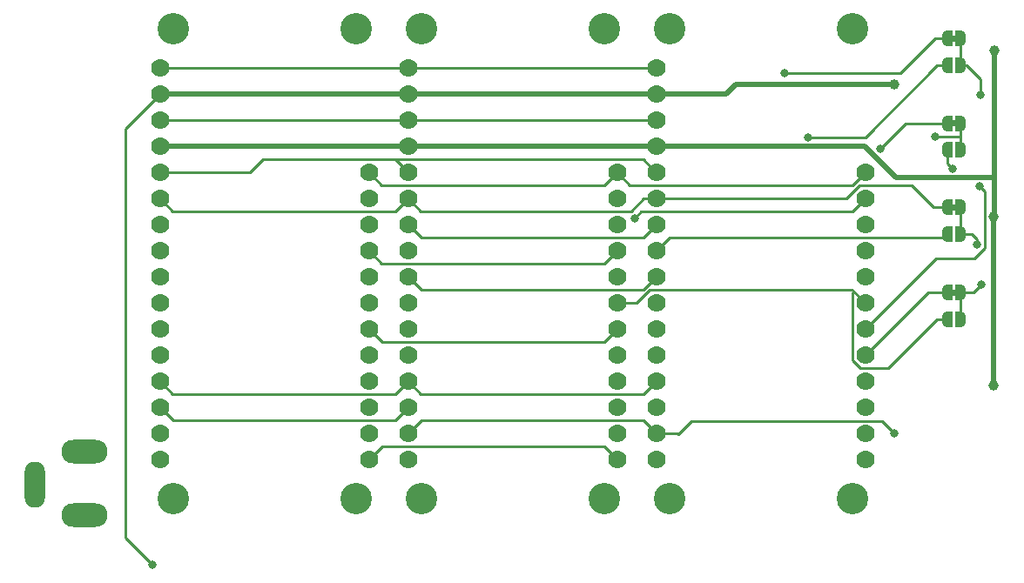
<source format=gbr>
%TF.GenerationSoftware,KiCad,Pcbnew,7.0.10-7.0.10~ubuntu22.04.1*%
%TF.CreationDate,2024-09-08T15:19:34-07:00*%
%TF.ProjectId,iorodeo_feather_tripler_enc1,696f726f-6465-46f5-9f66-656174686572,rev?*%
%TF.SameCoordinates,Original*%
%TF.FileFunction,Copper,L2,Bot*%
%TF.FilePolarity,Positive*%
%FSLAX46Y46*%
G04 Gerber Fmt 4.6, Leading zero omitted, Abs format (unit mm)*
G04 Created by KiCad (PCBNEW 7.0.10-7.0.10~ubuntu22.04.1) date 2024-09-08 15:19:34*
%MOMM*%
%LPD*%
G01*
G04 APERTURE LIST*
G04 Aperture macros list*
%AMFreePoly0*
4,1,19,0.500000,-0.750000,0.000000,-0.750000,0.000000,-0.744911,-0.071157,-0.744911,-0.207708,-0.704816,-0.327430,-0.627875,-0.420627,-0.520320,-0.479746,-0.390866,-0.500000,-0.250000,-0.500000,0.250000,-0.479746,0.390866,-0.420627,0.520320,-0.327430,0.627875,-0.207708,0.704816,-0.071157,0.744911,0.000000,0.744911,0.000000,0.750000,0.500000,0.750000,0.500000,-0.750000,0.500000,-0.750000,
$1*%
%AMFreePoly1*
4,1,19,0.000000,0.744911,0.071157,0.744911,0.207708,0.704816,0.327430,0.627875,0.420627,0.520320,0.479746,0.390866,0.500000,0.250000,0.500000,-0.250000,0.479746,-0.390866,0.420627,-0.520320,0.327430,-0.627875,0.207708,-0.704816,0.071157,-0.744911,0.000000,-0.744911,0.000000,-0.750000,-0.500000,-0.750000,-0.500000,0.750000,0.000000,0.750000,0.000000,0.744911,0.000000,0.744911,
$1*%
G04 Aperture macros list end*
%TA.AperFunction,ComponentPad*%
%ADD10O,4.500000X2.300000*%
%TD*%
%TA.AperFunction,ComponentPad*%
%ADD11O,2.000000X4.500000*%
%TD*%
%TA.AperFunction,WasherPad*%
%ADD12C,3.048000*%
%TD*%
%TA.AperFunction,ComponentPad*%
%ADD13C,3.048000*%
%TD*%
%TA.AperFunction,ComponentPad*%
%ADD14C,1.778000*%
%TD*%
%TA.AperFunction,SMDPad,CuDef*%
%ADD15FreePoly0,0.000000*%
%TD*%
%TA.AperFunction,SMDPad,CuDef*%
%ADD16FreePoly1,0.000000*%
%TD*%
%TA.AperFunction,ViaPad*%
%ADD17C,1.000000*%
%TD*%
%TA.AperFunction,ViaPad*%
%ADD18C,0.800000*%
%TD*%
%TA.AperFunction,Conductor*%
%ADD19C,0.500000*%
%TD*%
%TA.AperFunction,Conductor*%
%ADD20C,0.250000*%
%TD*%
G04 APERTURE END LIST*
%TA.AperFunction,EtchedComponent*%
%TO.C,JP3*%
G36*
X146900000Y-59150000D02*
G01*
X146400000Y-59150000D01*
X146400000Y-58550000D01*
X146900000Y-58550000D01*
X146900000Y-59150000D01*
G37*
%TD.AperFunction*%
%TA.AperFunction,EtchedComponent*%
%TO.C,JP1*%
G36*
X146900000Y-67400000D02*
G01*
X146400000Y-67400000D01*
X146400000Y-66800000D01*
X146900000Y-66800000D01*
X146900000Y-67400000D01*
G37*
%TD.AperFunction*%
%TA.AperFunction,EtchedComponent*%
%TO.C,JP7*%
G36*
X146900000Y-75600000D02*
G01*
X146400000Y-75600000D01*
X146400000Y-75000000D01*
X146900000Y-75000000D01*
X146900000Y-75600000D01*
G37*
%TD.AperFunction*%
%TA.AperFunction,EtchedComponent*%
%TO.C,JP5*%
G36*
X146900000Y-83900000D02*
G01*
X146400000Y-83900000D01*
X146400000Y-83300000D01*
X146900000Y-83300000D01*
X146900000Y-83900000D01*
G37*
%TD.AperFunction*%
%TD*%
D10*
%TO.P,J1,1*%
%TO.N,/VUSB*%
X62086300Y-105239700D03*
%TO.P,J1,2*%
%TO.N,GND*%
X62086300Y-99039700D03*
D11*
%TO.P,J1,3*%
X57286300Y-102289700D03*
%TD*%
D12*
%TO.P,U1,*%
%TO.N,*%
X88519000Y-103657400D03*
D13*
X88519000Y-57937400D03*
D12*
X70739000Y-103657400D03*
D13*
X70739000Y-57937400D03*
D14*
%TO.P,U1,1,SDA*%
%TO.N,/SDA*%
X89789000Y-99847400D03*
%TO.P,U1,2,SCL*%
%TO.N,/SCL*%
X89789000Y-97307400D03*
%TO.P,U1,3,D5*%
%TO.N,/D5*%
X89789000Y-94767400D03*
%TO.P,U1,4,D6*%
%TO.N,/D6*%
X89789000Y-92227400D03*
%TO.P,U1,5,D9*%
%TO.N,/D9*%
X89789000Y-89687400D03*
%TO.P,U1,6,D10*%
%TO.N,/D10*%
X89789000Y-87147400D03*
%TO.P,U1,7,D11*%
%TO.N,/D11*%
X89789000Y-84607400D03*
%TO.P,U1,8,D12*%
%TO.N,/D12*%
X89789000Y-82067400D03*
%TO.P,U1,9,D13*%
%TO.N,/D13*%
X89789000Y-79527400D03*
%TO.P,U1,10,VUSB*%
%TO.N,/5V*%
X89789000Y-76987400D03*
%TO.P,U1,11,EN*%
%TO.N,/EN*%
X89789000Y-74447400D03*
%TO.P,U1,12,BAT*%
%TO.N,/BAT*%
X89789000Y-71907400D03*
%TO.P,U1,13,RST*%
%TO.N,/RST*%
X69469000Y-61747400D03*
%TO.P,U1,14,3V3*%
%TO.N,/3V3*%
X69469000Y-64287400D03*
%TO.P,U1,15,AREF*%
%TO.N,/AREF*%
X69469000Y-66827400D03*
%TO.P,U1,16,GND*%
%TO.N,GND*%
X69469000Y-69367400D03*
%TO.P,U1,17,A0*%
%TO.N,/A0*%
X69469000Y-71907400D03*
%TO.P,U1,18,A1*%
%TO.N,/A1*%
X69469000Y-74447400D03*
%TO.P,U1,19,A2*%
%TO.N,/A2*%
X69469000Y-76987400D03*
%TO.P,U1,20,A3*%
%TO.N,/A3*%
X69469000Y-79527400D03*
%TO.P,U1,21,A4*%
%TO.N,/A4*%
X69469000Y-82067400D03*
%TO.P,U1,22,A5*%
%TO.N,/A5*%
X69469000Y-84607400D03*
%TO.P,U1,23,SCK*%
%TO.N,/SCK*%
X69469000Y-87147400D03*
%TO.P,U1,24,MOSI*%
%TO.N,/MOSI*%
X69469000Y-89687400D03*
%TO.P,U1,25,MISO*%
%TO.N,/MISO*%
X69469000Y-92227400D03*
%TO.P,U1,26,RX*%
%TO.N,/RX*%
X69469000Y-94767400D03*
%TO.P,U1,27,TX*%
%TO.N,/TX*%
X69469000Y-97307400D03*
%TO.P,U1,28,NOS*%
%TO.N,unconnected-(U1-NOS-Pad28)*%
X69469000Y-99847400D03*
%TD*%
D12*
%TO.P,U3,*%
%TO.N,*%
X136779000Y-103657400D03*
D13*
X136779000Y-57937400D03*
D12*
X118999000Y-103657400D03*
D13*
X118999000Y-57937400D03*
D14*
%TO.P,U3,1,SDA*%
%TO.N,/SDA*%
X138049000Y-99847400D03*
%TO.P,U3,2,SCL*%
%TO.N,/SCL*%
X138049000Y-97307400D03*
%TO.P,U3,3,D5*%
%TO.N,/D5*%
X138049000Y-94767400D03*
%TO.P,U3,4,D6*%
%TO.N,/D6*%
X138049000Y-92227400D03*
%TO.P,U3,5,D9*%
%TO.N,/D9*%
X138049000Y-89687400D03*
%TO.P,U3,6,D10*%
%TO.N,/D10*%
X138049000Y-87147400D03*
%TO.P,U3,7,D11*%
%TO.N,/D11*%
X138049000Y-84607400D03*
%TO.P,U3,8,D12*%
%TO.N,/D12*%
X138049000Y-82067400D03*
%TO.P,U3,9,D13*%
%TO.N,/D13*%
X138049000Y-79527400D03*
%TO.P,U3,10,VUSB*%
%TO.N,/5V*%
X138049000Y-76987400D03*
%TO.P,U3,11,EN*%
%TO.N,/EN*%
X138049000Y-74447400D03*
%TO.P,U3,12,BAT*%
%TO.N,/BAT*%
X138049000Y-71907400D03*
%TO.P,U3,13,RST*%
%TO.N,/RST*%
X117729000Y-61747400D03*
%TO.P,U3,14,3V3*%
%TO.N,/3V3*%
X117729000Y-64287400D03*
%TO.P,U3,15,AREF*%
%TO.N,/AREF*%
X117729000Y-66827400D03*
%TO.P,U3,16,GND*%
%TO.N,GND*%
X117729000Y-69367400D03*
%TO.P,U3,17,A0*%
%TO.N,/A0*%
X117729000Y-71907400D03*
%TO.P,U3,18,A1*%
%TO.N,/A1*%
X117729000Y-74447400D03*
%TO.P,U3,19,A2*%
%TO.N,/A2*%
X117729000Y-76987400D03*
%TO.P,U3,20,A3*%
%TO.N,/A3*%
X117729000Y-79527400D03*
%TO.P,U3,21,A4*%
%TO.N,/A4*%
X117729000Y-82067400D03*
%TO.P,U3,22,A5*%
%TO.N,/A5*%
X117729000Y-84607400D03*
%TO.P,U3,23,SCK*%
%TO.N,/SCK*%
X117729000Y-87147400D03*
%TO.P,U3,24,MOSI*%
%TO.N,/MOSI*%
X117729000Y-89687400D03*
%TO.P,U3,25,MISO*%
%TO.N,/MISO*%
X117729000Y-92227400D03*
%TO.P,U3,26,RX*%
%TO.N,/RX*%
X117729000Y-94767400D03*
%TO.P,U3,27,TX*%
%TO.N,/TX*%
X117729000Y-97307400D03*
%TO.P,U3,28,NOS*%
%TO.N,unconnected-(U3-NOS-Pad28)*%
X117729000Y-99847400D03*
%TD*%
D12*
%TO.P,U2,*%
%TO.N,*%
X112649000Y-103657400D03*
D13*
X112649000Y-57937400D03*
D12*
X94869000Y-103657400D03*
D13*
X94869000Y-57937400D03*
D14*
%TO.P,U2,1,SDA*%
%TO.N,/SDA*%
X113919000Y-99847400D03*
%TO.P,U2,2,SCL*%
%TO.N,/SCL*%
X113919000Y-97307400D03*
%TO.P,U2,3,D5*%
%TO.N,/D5*%
X113919000Y-94767400D03*
%TO.P,U2,4,D6*%
%TO.N,/D6*%
X113919000Y-92227400D03*
%TO.P,U2,5,D9*%
%TO.N,/D9*%
X113919000Y-89687400D03*
%TO.P,U2,6,D10*%
%TO.N,/D10*%
X113919000Y-87147400D03*
%TO.P,U2,7,D11*%
%TO.N,/D11*%
X113919000Y-84607400D03*
%TO.P,U2,8,D12*%
%TO.N,/D12*%
X113919000Y-82067400D03*
%TO.P,U2,9,D13*%
%TO.N,/D13*%
X113919000Y-79527400D03*
%TO.P,U2,10,VUSB*%
%TO.N,/5V*%
X113919000Y-76987400D03*
%TO.P,U2,11,EN*%
%TO.N,/EN*%
X113919000Y-74447400D03*
%TO.P,U2,12,BAT*%
%TO.N,/BAT*%
X113919000Y-71907400D03*
%TO.P,U2,13,RST*%
%TO.N,/RST*%
X93599000Y-61747400D03*
%TO.P,U2,14,3V3*%
%TO.N,/3V3*%
X93599000Y-64287400D03*
%TO.P,U2,15,AREF*%
%TO.N,/AREF*%
X93599000Y-66827400D03*
%TO.P,U2,16,GND*%
%TO.N,GND*%
X93599000Y-69367400D03*
%TO.P,U2,17,A0*%
%TO.N,/A0*%
X93599000Y-71907400D03*
%TO.P,U2,18,A1*%
%TO.N,/A1*%
X93599000Y-74447400D03*
%TO.P,U2,19,A2*%
%TO.N,/A2*%
X93599000Y-76987400D03*
%TO.P,U2,20,A3*%
%TO.N,/A3*%
X93599000Y-79527400D03*
%TO.P,U2,21,A4*%
%TO.N,/A4*%
X93599000Y-82067400D03*
%TO.P,U2,22,A5*%
%TO.N,/A5*%
X93599000Y-84607400D03*
%TO.P,U2,23,SCK*%
%TO.N,/SCK*%
X93599000Y-87147400D03*
%TO.P,U2,24,MOSI*%
%TO.N,/MOSI*%
X93599000Y-89687400D03*
%TO.P,U2,25,MISO*%
%TO.N,/MISO*%
X93599000Y-92227400D03*
%TO.P,U2,26,RX*%
%TO.N,/RX*%
X93599000Y-94767400D03*
%TO.P,U2,27,TX*%
%TO.N,/TX*%
X93599000Y-97307400D03*
%TO.P,U2,28,NOS*%
%TO.N,unconnected-(U2-NOS-Pad28)*%
X93599000Y-99847400D03*
%TD*%
D15*
%TO.P,JP2,1,A*%
%TO.N,/D10*%
X146000000Y-69700000D03*
D16*
%TO.P,JP2,2,B*%
%TO.N,Net-(J2-Pin_1)*%
X147300000Y-69700000D03*
%TD*%
D15*
%TO.P,JP3,1,A*%
%TO.N,/A0*%
X146000000Y-58850000D03*
D16*
%TO.P,JP3,2,B*%
%TO.N,Net-(J2-Pin_2)*%
X147300000Y-58850000D03*
%TD*%
D15*
%TO.P,JP1,1,A*%
%TO.N,/D6*%
X146000000Y-67100000D03*
D16*
%TO.P,JP1,2,B*%
%TO.N,Net-(J2-Pin_1)*%
X147300000Y-67100000D03*
%TD*%
D15*
%TO.P,JP7,1,A*%
%TO.N,/A1*%
X146000000Y-75300000D03*
D16*
%TO.P,JP7,2,B*%
%TO.N,Net-(J3-Pin_2)*%
X147300000Y-75300000D03*
%TD*%
D15*
%TO.P,JP6,1,A*%
%TO.N,/D11*%
X146000000Y-86200000D03*
D16*
%TO.P,JP6,2,B*%
%TO.N,Net-(J3-Pin_1)*%
X147300000Y-86200000D03*
%TD*%
D15*
%TO.P,JP4,1,A*%
%TO.N,/A2*%
X146000000Y-61500000D03*
D16*
%TO.P,JP4,2,B*%
%TO.N,Net-(J2-Pin_2)*%
X147300000Y-61500000D03*
%TD*%
D15*
%TO.P,JP8,1,A*%
%TO.N,/A3*%
X146000000Y-77900000D03*
D16*
%TO.P,JP8,2,B*%
%TO.N,Net-(J3-Pin_2)*%
X147300000Y-77900000D03*
%TD*%
D15*
%TO.P,JP5,1,A*%
%TO.N,/D9*%
X146000000Y-83600000D03*
D16*
%TO.P,JP5,2,B*%
%TO.N,Net-(J3-Pin_1)*%
X147300000Y-83600000D03*
%TD*%
D17*
%TO.N,GND*%
X150600000Y-60050000D03*
X150550000Y-76150000D03*
X150550000Y-92600000D03*
D18*
%TO.N,/D10*%
X149200000Y-73250000D03*
X146539700Y-71542300D03*
%TO.N,/A0*%
X130173400Y-62222700D03*
D17*
%TO.N,/3V3*%
X140900000Y-63287400D03*
D18*
X68757800Y-110084000D03*
%TO.N,/TX*%
X140850000Y-97300000D03*
%TO.N,/D6*%
X139478200Y-69628900D03*
%TO.N,/EN*%
X115597000Y-76354100D03*
%TO.N,/A2*%
X132497900Y-68511900D03*
%TO.N,Net-(J2-Pin_1)*%
X144845300Y-68392600D03*
%TO.N,Net-(J2-Pin_2)*%
X149250000Y-64300000D03*
%TO.N,Net-(J3-Pin_1)*%
X149350000Y-82800000D03*
%TO.N,Net-(J3-Pin_2)*%
X148925000Y-78867597D03*
%TD*%
D19*
%TO.N,GND*%
X117729000Y-69367400D02*
X137967000Y-69367400D01*
X141000000Y-72400000D02*
X150600000Y-72400000D01*
X150600000Y-72400000D02*
X150600000Y-76100000D01*
X150600000Y-76100000D02*
X150550000Y-76150000D01*
X150550000Y-76150000D02*
X150550000Y-92600000D01*
X137967000Y-69367400D02*
X141000000Y-72400000D01*
X150600000Y-60050000D02*
X150600000Y-72400000D01*
X93599000Y-69367400D02*
X117729000Y-69367400D01*
X69469000Y-69367400D02*
X93599000Y-69367400D01*
D20*
%TO.N,/D10*%
X112649000Y-88417400D02*
X113919000Y-87147400D01*
X91059000Y-88417400D02*
X112649000Y-88417400D01*
X146000000Y-69700000D02*
X146000000Y-71002600D01*
X144920300Y-80276100D02*
X138049000Y-87147400D01*
X148634400Y-80276100D02*
X144920300Y-80276100D01*
X146000000Y-71002600D02*
X146539700Y-71542300D01*
X89789000Y-87147400D02*
X91059000Y-88417400D01*
X149200000Y-73250000D02*
X149650000Y-73700000D01*
X149650000Y-73700000D02*
X149650000Y-79260500D01*
X149650000Y-79260500D02*
X148634400Y-80276100D01*
%TO.N,/A0*%
X117444000Y-71622100D02*
X117729000Y-71907400D01*
X78206600Y-71907400D02*
X79476600Y-70637400D01*
X69469000Y-71907400D02*
X78206600Y-71907400D01*
X92329000Y-70637400D02*
X116459000Y-70637400D01*
X116459000Y-70637400D02*
X117444000Y-71622100D01*
X92329000Y-70637400D02*
X93599000Y-71907400D01*
X79476600Y-70637400D02*
X92329000Y-70637400D01*
X144850000Y-58850000D02*
X146000000Y-58850000D01*
X141477300Y-62222700D02*
X144850000Y-58850000D01*
X130173400Y-62222700D02*
X141477300Y-62222700D01*
%TO.N,/3V3*%
X66090800Y-67665600D02*
X66090800Y-107417000D01*
D19*
X125500000Y-63300000D02*
X124513000Y-64287400D01*
D20*
X66090800Y-107417000D02*
X68757800Y-110084000D01*
D19*
X124513000Y-64287400D02*
X117729000Y-64287400D01*
X69469000Y-64287400D02*
X93599000Y-64287400D01*
X140887000Y-63300000D02*
X125500000Y-63300000D01*
X140900000Y-63287400D02*
X140887000Y-63300000D01*
X93599000Y-64287400D02*
X117729000Y-64287400D01*
D20*
X69469000Y-64287400D02*
X66090800Y-67665600D01*
%TO.N,/D11*%
X136779000Y-83337400D02*
X136919400Y-83477800D01*
X115826000Y-84607400D02*
X117096000Y-83337400D01*
X113919000Y-84607400D02*
X115826000Y-84607400D01*
X136919400Y-83477800D02*
X136806900Y-83590300D01*
X140242600Y-90957400D02*
X145000000Y-86200000D01*
X136919400Y-83477800D02*
X138049000Y-84607400D01*
X136806900Y-83590300D02*
X136806900Y-90190100D01*
X145000000Y-86200000D02*
X146000000Y-86200000D01*
X136806900Y-90190100D02*
X137574200Y-90957400D01*
X117096000Y-83337400D02*
X136779000Y-83337400D01*
X137574200Y-90957400D02*
X140242600Y-90957400D01*
%TO.N,/A1*%
X137508800Y-73177400D02*
X136238800Y-74447400D01*
X142577400Y-73177400D02*
X137508800Y-73177400D01*
X144700000Y-75300000D02*
X142577400Y-73177400D01*
X136238800Y-74447400D02*
X117729000Y-74447400D01*
X116475000Y-74447400D02*
X115257000Y-75666200D01*
X93599000Y-74447400D02*
X92380200Y-75666200D01*
X146000000Y-75300000D02*
X144700000Y-75300000D01*
X92380200Y-75666200D02*
X70687800Y-75666200D01*
X117729000Y-74447400D02*
X116475000Y-74447400D01*
X70687800Y-75666200D02*
X69469000Y-74447400D01*
X94817800Y-75666200D02*
X93599000Y-74447400D01*
X115257000Y-75666200D02*
X94817800Y-75666200D01*
%TO.N,/RX*%
X92329000Y-96037400D02*
X70739000Y-96037400D01*
X93599000Y-94767400D02*
X92329000Y-96037400D01*
X70739000Y-96037400D02*
X69469000Y-94767400D01*
%TO.N,/TX*%
X121106600Y-96093400D02*
X119850000Y-97350000D01*
X117729000Y-97307400D02*
X116459000Y-96037400D01*
X94869000Y-96037400D02*
X93599000Y-97307400D01*
X116459000Y-96037400D02*
X94869000Y-96037400D01*
X119807400Y-97307400D02*
X117729000Y-97307400D01*
X119850000Y-97350000D02*
X119807400Y-97307400D01*
X139643400Y-96093400D02*
X121106600Y-96093400D01*
X140850000Y-97300000D02*
X139643400Y-96093400D01*
%TO.N,/SDA*%
X113919000Y-99847400D02*
X112649000Y-98577400D01*
X112649000Y-98577400D02*
X91059000Y-98577400D01*
X91059000Y-98577400D02*
X89789000Y-99847400D01*
%TO.N,/D6*%
X139478200Y-69628900D02*
X142007100Y-67100000D01*
X142007100Y-67100000D02*
X146000000Y-67100000D01*
%TO.N,/D9*%
X144136400Y-83600000D02*
X146000000Y-83600000D01*
X138049000Y-89687400D02*
X144136400Y-83600000D01*
%TO.N,/D13*%
X112700000Y-80746200D02*
X91007800Y-80746200D01*
X91007800Y-80746200D02*
X89789000Y-79527400D01*
X113919000Y-79527400D02*
X112700000Y-80746200D01*
%TO.N,/EN*%
X116233000Y-75717500D02*
X136779000Y-75717500D01*
X115597000Y-76354100D02*
X116233000Y-75717500D01*
X136779000Y-75717500D02*
X138049000Y-74447400D01*
%TO.N,/BAT*%
X112700000Y-73126200D02*
X91007800Y-73126200D01*
X115138000Y-73126200D02*
X136830000Y-73126200D01*
X91007800Y-73126200D02*
X89789000Y-71907400D01*
X136830000Y-73126200D02*
X138049000Y-71907400D01*
X113919000Y-71907400D02*
X115138000Y-73126200D01*
X113919000Y-71907400D02*
X112700000Y-73126200D01*
%TO.N,/RST*%
X93599000Y-61747400D02*
X117729000Y-61747400D01*
X69469000Y-61747400D02*
X93599000Y-61747400D01*
%TO.N,/AREF*%
X69469000Y-66827400D02*
X93599000Y-66827400D01*
X93599000Y-66827400D02*
X117729000Y-66827400D01*
%TO.N,/A2*%
X116459000Y-78257400D02*
X94869000Y-78257400D01*
X145050000Y-61500000D02*
X138038100Y-68511900D01*
X146000000Y-61500000D02*
X145050000Y-61500000D01*
X117729000Y-76987400D02*
X116459000Y-78257400D01*
X138038100Y-68511900D02*
X132497900Y-68511900D01*
X94869000Y-78257400D02*
X93599000Y-76987400D01*
%TO.N,/A3*%
X145642600Y-78257400D02*
X118999000Y-78257400D01*
X146000000Y-77900000D02*
X145642600Y-78257400D01*
X118999000Y-78257400D02*
X117729000Y-79527400D01*
%TO.N,/A4*%
X94869000Y-83337400D02*
X93599000Y-82067400D01*
X116457000Y-83337400D02*
X94869000Y-83337400D01*
X117729000Y-82067400D02*
X117727000Y-82067400D01*
X117727000Y-82067400D02*
X116457000Y-83337400D01*
%TO.N,/MISO*%
X92380200Y-93446200D02*
X70687800Y-93446200D01*
X116510000Y-93446200D02*
X94817800Y-93446200D01*
X70687800Y-93446200D02*
X69469000Y-92227400D01*
X117729000Y-92227400D02*
X116510000Y-93446200D01*
X93599000Y-92227400D02*
X92380200Y-93446200D01*
X94817800Y-93446200D02*
X93599000Y-92227400D01*
%TO.N,Net-(J2-Pin_1)*%
X147300000Y-68400000D02*
X147300000Y-69700000D01*
X147300000Y-67100000D02*
X147300000Y-68400000D01*
X144852700Y-68400000D02*
X144845300Y-68392600D01*
X147300000Y-68400000D02*
X144852700Y-68400000D01*
%TO.N,Net-(J2-Pin_2)*%
X147300000Y-58850000D02*
X147300000Y-61500000D01*
X147900000Y-61500000D02*
X147300000Y-61500000D01*
X149250000Y-62850000D02*
X147900000Y-61500000D01*
X149250000Y-64300000D02*
X149250000Y-62850000D01*
%TO.N,Net-(J3-Pin_1)*%
X149350000Y-82800000D02*
X148550000Y-83600000D01*
X147300000Y-83600000D02*
X147300000Y-86200000D01*
X148550000Y-83600000D02*
X147300000Y-83600000D01*
%TO.N,Net-(J3-Pin_2)*%
X148400000Y-77900000D02*
X147300000Y-77900000D01*
X148925000Y-78425000D02*
X148400000Y-77900000D01*
X147300000Y-75300000D02*
X147300000Y-77900000D01*
X148925000Y-78867597D02*
X148925000Y-78425000D01*
%TD*%
M02*

</source>
